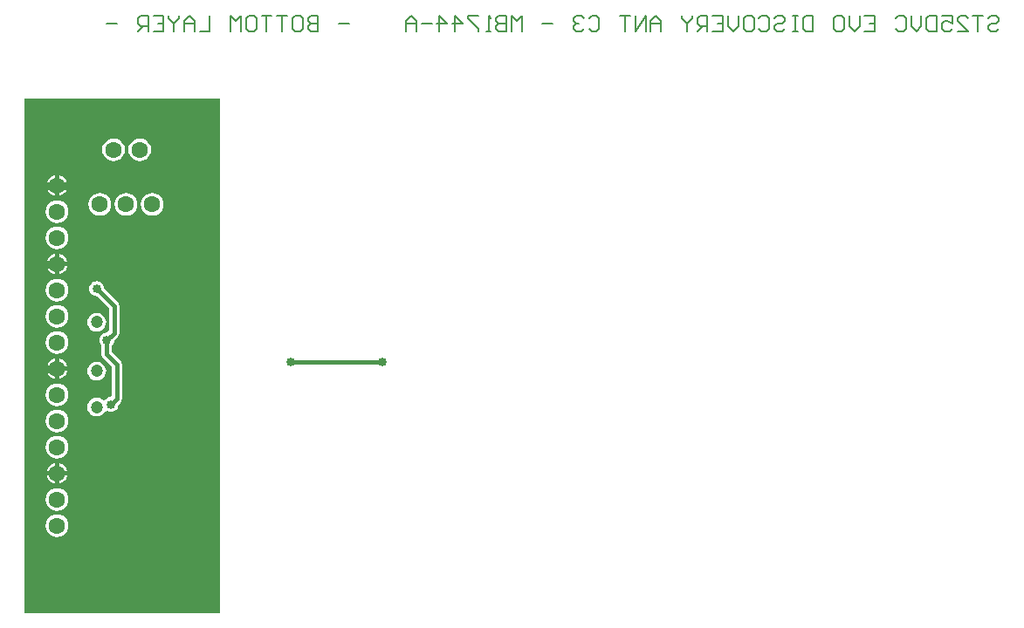
<source format=gbl>
G04*
G04 #@! TF.GenerationSoftware,Altium Limited,Altium Designer,21.2.1 (34)*
G04*
G04 Layer_Physical_Order=2*
G04 Layer_Color=16711680*
%FSLAX44Y44*%
%MOMM*%
G71*
G04*
G04 #@! TF.SameCoordinates,A7F67548-69C5-444C-A4C2-39F0ADA73F1F*
G04*
G04*
G04 #@! TF.FilePolarity,Positive*
G04*
G01*
G75*
%ADD11C,0.2000*%
%ADD32C,0.4000*%
%ADD33C,0.3000*%
%ADD34C,0.8000*%
%ADD37C,1.6000*%
%ADD38C,1.2000*%
%ADD39C,0.8500*%
G36*
X195000Y504902D02*
X195000Y5098D01*
X5098Y5098D01*
X5098Y504902D01*
X195000Y504902D01*
D02*
G37*
%LPC*%
G36*
X117000Y465795D02*
X114129Y465417D01*
X111453Y464308D01*
X109155Y462545D01*
X107392Y460247D01*
X106284Y457571D01*
X105906Y454700D01*
X106284Y451828D01*
X107392Y449152D01*
X109155Y446855D01*
X111453Y445091D01*
X114129Y443983D01*
X117000Y443605D01*
X119872Y443983D01*
X122548Y445091D01*
X124846Y446855D01*
X126609Y449152D01*
X127717Y451828D01*
X128095Y454700D01*
X127717Y457571D01*
X126609Y460247D01*
X124846Y462545D01*
X122548Y464308D01*
X119872Y465417D01*
X117000Y465795D01*
D02*
G37*
G36*
X91600D02*
X88729Y465417D01*
X86053Y464308D01*
X83755Y462545D01*
X81992Y460247D01*
X80884Y457571D01*
X80506Y454700D01*
X80884Y451828D01*
X81992Y449152D01*
X83755Y446855D01*
X86053Y445091D01*
X88729Y443983D01*
X91600Y443605D01*
X94472Y443983D01*
X97148Y445091D01*
X99446Y446855D01*
X101209Y449152D01*
X102317Y451828D01*
X102695Y454700D01*
X102317Y457571D01*
X101209Y460247D01*
X99446Y462545D01*
X97148Y464308D01*
X94472Y465417D01*
X91600Y465795D01*
D02*
G37*
G36*
X38800Y429923D02*
Y422100D01*
X46623D01*
X46543Y422710D01*
X45535Y425143D01*
X43932Y427232D01*
X41844Y428835D01*
X39411Y429843D01*
X38800Y429923D01*
D02*
G37*
G36*
X34801Y429923D02*
X34190Y429843D01*
X31757Y428835D01*
X29668Y427232D01*
X28066Y425143D01*
X27058Y422710D01*
X26977Y422100D01*
X34801D01*
Y429923D01*
D02*
G37*
G36*
X46623Y418100D02*
X38800D01*
Y410277D01*
X39411Y410357D01*
X41844Y411365D01*
X43932Y412968D01*
X45535Y415057D01*
X46543Y417490D01*
X46623Y418100D01*
D02*
G37*
G36*
X34801D02*
X26978D01*
X27058Y417490D01*
X28066Y415057D01*
X29668Y412968D01*
X31757Y411365D01*
X34190Y410357D01*
X34801Y410277D01*
Y418100D01*
D02*
G37*
G36*
X129001Y412994D02*
X126129Y412617D01*
X123453Y411508D01*
X121155Y409745D01*
X119392Y407447D01*
X118284Y404771D01*
X117906Y401900D01*
X118284Y399028D01*
X119392Y396352D01*
X121155Y394054D01*
X123453Y392291D01*
X126129Y391183D01*
X129001Y390805D01*
X131872Y391183D01*
X134548Y392291D01*
X136846Y394054D01*
X138609Y396352D01*
X139718Y399028D01*
X140096Y401900D01*
X139718Y404771D01*
X138609Y407447D01*
X136846Y409745D01*
X134548Y411508D01*
X131872Y412617D01*
X129001Y412994D01*
D02*
G37*
G36*
X103601D02*
X100729Y412617D01*
X98053Y411508D01*
X95755Y409745D01*
X93992Y407447D01*
X92884Y404771D01*
X92506Y401900D01*
X92884Y399028D01*
X93992Y396352D01*
X95755Y394054D01*
X98053Y392291D01*
X100729Y391183D01*
X103601Y390805D01*
X106472Y391183D01*
X109148Y392291D01*
X111446Y394054D01*
X113209Y396352D01*
X114318Y399028D01*
X114696Y401900D01*
X114318Y404771D01*
X113209Y407447D01*
X111446Y409745D01*
X109148Y411508D01*
X106472Y412617D01*
X103601Y412994D01*
D02*
G37*
G36*
X78201D02*
X75329Y412617D01*
X72653Y411508D01*
X70355Y409745D01*
X68592Y407447D01*
X67484Y404771D01*
X67106Y401900D01*
X67484Y399028D01*
X68592Y396352D01*
X70355Y394054D01*
X72653Y392291D01*
X75329Y391183D01*
X78201Y390805D01*
X81072Y391183D01*
X83748Y392291D01*
X86046Y394054D01*
X87809Y396352D01*
X88918Y399028D01*
X89296Y401900D01*
X88918Y404771D01*
X87809Y407447D01*
X86046Y409745D01*
X83748Y411508D01*
X81072Y412617D01*
X78201Y412994D01*
D02*
G37*
G36*
X36800Y405795D02*
X33929Y405417D01*
X31253Y404309D01*
X28955Y402545D01*
X27192Y400247D01*
X26084Y397572D01*
X25705Y394700D01*
X26084Y391828D01*
X27192Y389153D01*
X28955Y386855D01*
X31253Y385092D01*
X33929Y383983D01*
X36800Y383605D01*
X39672Y383983D01*
X42348Y385092D01*
X44646Y386855D01*
X46409Y389153D01*
X47517Y391828D01*
X47895Y394700D01*
X47517Y397572D01*
X46409Y400247D01*
X44646Y402545D01*
X42348Y404309D01*
X39672Y405417D01*
X36800Y405795D01*
D02*
G37*
G36*
Y380395D02*
X33929Y380017D01*
X31253Y378909D01*
X28955Y377145D01*
X27192Y374847D01*
X26084Y372172D01*
X25705Y369300D01*
X26084Y366428D01*
X27192Y363753D01*
X28955Y361455D01*
X31253Y359692D01*
X33929Y358583D01*
X36800Y358205D01*
X39672Y358583D01*
X42348Y359692D01*
X44646Y361455D01*
X46409Y363753D01*
X47517Y366428D01*
X47895Y369300D01*
X47517Y372172D01*
X46409Y374847D01*
X44646Y377145D01*
X42348Y378909D01*
X39672Y380017D01*
X36800Y380395D01*
D02*
G37*
G36*
X38800Y353723D02*
Y345900D01*
X46623D01*
X46543Y346511D01*
X45535Y348943D01*
X43932Y351032D01*
X41844Y352635D01*
X39411Y353643D01*
X38800Y353723D01*
D02*
G37*
G36*
X34801Y353723D02*
X34190Y353643D01*
X31757Y352635D01*
X29668Y351032D01*
X28066Y348943D01*
X27058Y346511D01*
X26977Y345900D01*
X34801D01*
Y353723D01*
D02*
G37*
G36*
X46623Y341900D02*
X38800D01*
Y334077D01*
X39411Y334157D01*
X41844Y335165D01*
X43932Y336768D01*
X45535Y338857D01*
X46543Y341289D01*
X46623Y341900D01*
D02*
G37*
G36*
X34801D02*
X26978D01*
X27058Y341289D01*
X28066Y338857D01*
X29668Y336768D01*
X31757Y335165D01*
X34190Y334157D01*
X34801Y334077D01*
Y341900D01*
D02*
G37*
G36*
X36800Y329595D02*
X33929Y329217D01*
X31253Y328108D01*
X28955Y326345D01*
X27192Y324048D01*
X26084Y321372D01*
X25705Y318500D01*
X26084Y315629D01*
X27192Y312953D01*
X28955Y310655D01*
X31253Y308892D01*
X33929Y307783D01*
X36800Y307405D01*
X39672Y307783D01*
X42348Y308892D01*
X44646Y310655D01*
X46409Y312953D01*
X47517Y315629D01*
X47895Y318500D01*
X47517Y321372D01*
X46409Y324048D01*
X44646Y326345D01*
X42348Y328108D01*
X39672Y329217D01*
X36800Y329595D01*
D02*
G37*
G36*
Y304195D02*
X33929Y303817D01*
X31253Y302708D01*
X28955Y300945D01*
X27192Y298647D01*
X26084Y295972D01*
X25705Y293100D01*
X26084Y290229D01*
X27192Y287553D01*
X28955Y285255D01*
X31253Y283492D01*
X33929Y282383D01*
X36800Y282005D01*
X39672Y282383D01*
X42348Y283492D01*
X44646Y285255D01*
X46409Y287553D01*
X47517Y290229D01*
X47895Y293100D01*
X47517Y295972D01*
X46409Y298647D01*
X44646Y300945D01*
X42348Y302708D01*
X39672Y303817D01*
X36800Y304195D01*
D02*
G37*
G36*
X75250Y296578D02*
X72901Y296268D01*
X70711Y295361D01*
X68831Y293919D01*
X67389Y292039D01*
X66482Y289849D01*
X66173Y287500D01*
X66482Y285151D01*
X67389Y282961D01*
X68831Y281081D01*
X70711Y279639D01*
X72901Y278732D01*
X75250Y278422D01*
X77600Y278732D01*
X79789Y279639D01*
X81669Y281081D01*
X83112Y282961D01*
X84019Y285151D01*
X84328Y287500D01*
X84019Y289849D01*
X83112Y292039D01*
X81669Y293919D01*
X79789Y295361D01*
X77600Y296268D01*
X75250Y296578D01*
D02*
G37*
G36*
Y327313D02*
X73358Y327063D01*
X71594Y326333D01*
X70079Y325171D01*
X68917Y323656D01*
X68187Y321893D01*
X67938Y320000D01*
X68187Y318107D01*
X68917Y316344D01*
X70079Y314829D01*
X71594Y313667D01*
X73358Y312937D01*
X75250Y312687D01*
X75341Y312699D01*
X86902Y301139D01*
Y279112D01*
X85091Y277301D01*
X85000Y277313D01*
X83107Y277063D01*
X81344Y276333D01*
X79829Y275171D01*
X78667Y273656D01*
X77937Y271893D01*
X77687Y270000D01*
X77937Y268107D01*
X78667Y266344D01*
X79829Y264829D01*
X79902Y264773D01*
Y256000D01*
X80290Y254049D01*
X81395Y252395D01*
X89402Y244388D01*
Y216755D01*
X89000Y214813D01*
X87107Y214563D01*
X85344Y213833D01*
X83829Y212671D01*
X83529Y212280D01*
X81900Y211526D01*
X80904Y212006D01*
X79789Y212861D01*
X77600Y213768D01*
X75250Y214078D01*
X72901Y213768D01*
X70711Y212861D01*
X68831Y211419D01*
X67389Y209539D01*
X66482Y207349D01*
X66173Y205000D01*
X66482Y202651D01*
X67389Y200461D01*
X68831Y198581D01*
X70711Y197139D01*
X72901Y196232D01*
X75250Y195922D01*
X77600Y196232D01*
X79789Y197139D01*
X81669Y198581D01*
X83062Y200397D01*
X83479Y200842D01*
X84801Y201196D01*
X85536Y201087D01*
X87107Y200437D01*
X89000Y200187D01*
X90893Y200437D01*
X92656Y201167D01*
X94171Y202329D01*
X95333Y203844D01*
X96063Y205607D01*
X96313Y207500D01*
X96301Y207591D01*
X98105Y209395D01*
X99210Y211049D01*
X99598Y213000D01*
Y246500D01*
X99210Y248451D01*
X98105Y250105D01*
X90098Y258112D01*
Y264773D01*
X90171Y264829D01*
X91333Y266344D01*
X92063Y268107D01*
X92313Y270000D01*
X92301Y270091D01*
X95605Y273395D01*
X96710Y275049D01*
X97098Y277000D01*
Y303250D01*
X96710Y305201D01*
X95605Y306855D01*
X82551Y319909D01*
X82563Y320000D01*
X82314Y321893D01*
X81583Y323656D01*
X80421Y325171D01*
X78907Y326333D01*
X77143Y327063D01*
X75250Y327313D01*
D02*
G37*
G36*
X36800Y278795D02*
X33929Y278417D01*
X31253Y277309D01*
X28955Y275545D01*
X27192Y273248D01*
X26084Y270572D01*
X25705Y267700D01*
X26084Y264828D01*
X27192Y262153D01*
X28955Y259855D01*
X31253Y258092D01*
X33929Y256983D01*
X36800Y256605D01*
X39672Y256983D01*
X42348Y258092D01*
X44646Y259855D01*
X46409Y262153D01*
X47517Y264828D01*
X47895Y267700D01*
X47517Y270572D01*
X46409Y273248D01*
X44646Y275545D01*
X42348Y277309D01*
X39672Y278417D01*
X36800Y278795D01*
D02*
G37*
G36*
X38800Y252123D02*
Y244300D01*
X46623D01*
X46543Y244911D01*
X45535Y247343D01*
X43932Y249432D01*
X41844Y251035D01*
X39411Y252043D01*
X38800Y252123D01*
D02*
G37*
G36*
X34801Y252123D02*
X34190Y252043D01*
X31757Y251035D01*
X29668Y249432D01*
X28066Y247343D01*
X27058Y244911D01*
X26977Y244300D01*
X34801D01*
Y252123D01*
D02*
G37*
G36*
X46623Y240300D02*
X38800D01*
Y232477D01*
X39411Y232557D01*
X41844Y233565D01*
X43932Y235168D01*
X45535Y237257D01*
X46543Y239690D01*
X46623Y240300D01*
D02*
G37*
G36*
X34801D02*
X26978D01*
X27058Y239690D01*
X28066Y237257D01*
X29668Y235168D01*
X31757Y233565D01*
X34190Y232557D01*
X34801Y232477D01*
Y240300D01*
D02*
G37*
G36*
X75250Y249078D02*
X72901Y248768D01*
X70711Y247861D01*
X68831Y246419D01*
X67389Y244539D01*
X66482Y242349D01*
X66173Y240000D01*
X66482Y237651D01*
X67389Y235461D01*
X68831Y233581D01*
X70711Y232139D01*
X72901Y231232D01*
X75250Y230922D01*
X77600Y231232D01*
X79789Y232139D01*
X81669Y233581D01*
X83112Y235461D01*
X84019Y237651D01*
X84328Y240000D01*
X84019Y242349D01*
X83112Y244539D01*
X81669Y246419D01*
X79789Y247861D01*
X77600Y248768D01*
X75250Y249078D01*
D02*
G37*
G36*
X36800Y227995D02*
X33929Y227617D01*
X31253Y226509D01*
X28955Y224745D01*
X27192Y222447D01*
X26084Y219772D01*
X25705Y216900D01*
X26084Y214028D01*
X27192Y211353D01*
X28955Y209055D01*
X31253Y207292D01*
X33929Y206183D01*
X36800Y205805D01*
X39672Y206183D01*
X42348Y207292D01*
X44646Y209055D01*
X46409Y211353D01*
X47517Y214028D01*
X47895Y216900D01*
X47517Y219772D01*
X46409Y222447D01*
X44646Y224745D01*
X42348Y226509D01*
X39672Y227617D01*
X36800Y227995D01*
D02*
G37*
G36*
Y202595D02*
X33929Y202217D01*
X31253Y201108D01*
X28955Y199345D01*
X27192Y197048D01*
X26084Y194372D01*
X25705Y191500D01*
X26084Y188629D01*
X27192Y185953D01*
X28955Y183655D01*
X31253Y181892D01*
X33929Y180783D01*
X36800Y180405D01*
X39672Y180783D01*
X42348Y181892D01*
X44646Y183655D01*
X46409Y185953D01*
X47517Y188629D01*
X47895Y191500D01*
X47517Y194372D01*
X46409Y197048D01*
X44646Y199345D01*
X42348Y201108D01*
X39672Y202217D01*
X36800Y202595D01*
D02*
G37*
G36*
Y177195D02*
X33929Y176817D01*
X31253Y175709D01*
X28955Y173945D01*
X27192Y171647D01*
X26084Y168972D01*
X25705Y166100D01*
X26084Y163228D01*
X27192Y160553D01*
X28955Y158255D01*
X31253Y156492D01*
X33929Y155383D01*
X36800Y155005D01*
X39672Y155383D01*
X42348Y156492D01*
X44646Y158255D01*
X46409Y160553D01*
X47517Y163228D01*
X47895Y166100D01*
X47517Y168972D01*
X46409Y171647D01*
X44646Y173945D01*
X42348Y175709D01*
X39672Y176817D01*
X36800Y177195D01*
D02*
G37*
G36*
X38800Y150523D02*
Y142700D01*
X46623D01*
X46543Y143310D01*
X45535Y145743D01*
X43932Y147832D01*
X41844Y149435D01*
X39411Y150443D01*
X38800Y150523D01*
D02*
G37*
G36*
X34801Y150523D02*
X34190Y150443D01*
X31757Y149435D01*
X29668Y147832D01*
X28066Y145743D01*
X27058Y143310D01*
X26977Y142700D01*
X34801D01*
Y150523D01*
D02*
G37*
G36*
X46623Y138700D02*
X38800D01*
Y130877D01*
X39411Y130957D01*
X41844Y131965D01*
X43932Y133568D01*
X45535Y135657D01*
X46543Y138090D01*
X46623Y138700D01*
D02*
G37*
G36*
X34801D02*
X26978D01*
X27058Y138090D01*
X28066Y135657D01*
X29668Y133568D01*
X31757Y131965D01*
X34190Y130957D01*
X34801Y130877D01*
Y138700D01*
D02*
G37*
G36*
X36800Y126395D02*
X33929Y126017D01*
X31253Y124909D01*
X28955Y123145D01*
X27192Y120848D01*
X26084Y118172D01*
X25705Y115300D01*
X26084Y112429D01*
X27192Y109753D01*
X28955Y107455D01*
X31253Y105692D01*
X33929Y104583D01*
X36800Y104205D01*
X39672Y104583D01*
X42348Y105692D01*
X44646Y107455D01*
X46409Y109753D01*
X47517Y112429D01*
X47895Y115300D01*
X47517Y118172D01*
X46409Y120848D01*
X44646Y123145D01*
X42348Y124909D01*
X39672Y126017D01*
X36800Y126395D01*
D02*
G37*
G36*
Y100995D02*
X33929Y100617D01*
X31253Y99508D01*
X28955Y97745D01*
X27192Y95448D01*
X26084Y92772D01*
X25705Y89900D01*
X26084Y87029D01*
X27192Y84353D01*
X28955Y82055D01*
X31253Y80292D01*
X33929Y79183D01*
X36800Y78805D01*
X39672Y79183D01*
X42348Y80292D01*
X44646Y82055D01*
X46409Y84353D01*
X47517Y87029D01*
X47895Y89900D01*
X47517Y92772D01*
X46409Y95448D01*
X44646Y97745D01*
X42348Y99508D01*
X39672Y100617D01*
X36800Y100995D01*
D02*
G37*
%LPD*%
D11*
X940003Y582496D02*
X942502Y584995D01*
X947501D01*
X950000Y582496D01*
Y579997D01*
X947501Y577498D01*
X942502D01*
X940003Y574998D01*
Y572499D01*
X942502Y570000D01*
X947501D01*
X950000Y572499D01*
X935005Y584995D02*
X925008D01*
X930006D01*
Y570000D01*
X910013D02*
X920010D01*
X910013Y579997D01*
Y582496D01*
X912512Y584995D01*
X917511D01*
X920010Y582496D01*
X895018Y584995D02*
X905015D01*
Y577498D01*
X900016Y579997D01*
X897517D01*
X895018Y577498D01*
Y572499D01*
X897517Y570000D01*
X902515D01*
X905015Y572499D01*
X890019Y584995D02*
Y570000D01*
X882522D01*
X880023Y572499D01*
Y582496D01*
X882522Y584995D01*
X890019D01*
X875024D02*
Y574998D01*
X870026Y570000D01*
X865027Y574998D01*
Y584995D01*
X850032Y582496D02*
X852532Y584995D01*
X857530D01*
X860029Y582496D01*
Y572499D01*
X857530Y570000D01*
X852532D01*
X850032Y572499D01*
X820042Y584995D02*
X830039D01*
Y570000D01*
X820042D01*
X830039Y577498D02*
X825041D01*
X815044Y584995D02*
Y574998D01*
X810045Y570000D01*
X805047Y574998D01*
Y584995D01*
X792551D02*
X797549D01*
X800049Y582496D01*
Y572499D01*
X797549Y570000D01*
X792551D01*
X790052Y572499D01*
Y582496D01*
X792551Y584995D01*
X770058D02*
Y570000D01*
X762561D01*
X760061Y572499D01*
Y582496D01*
X762561Y584995D01*
X770058D01*
X755063D02*
X750065D01*
X752564D01*
Y570000D01*
X755063D01*
X750065D01*
X732570Y582496D02*
X735070Y584995D01*
X740068D01*
X742567Y582496D01*
Y579997D01*
X740068Y577498D01*
X735070D01*
X732570Y574998D01*
Y572499D01*
X735070Y570000D01*
X740068D01*
X742567Y572499D01*
X717575Y582496D02*
X720074Y584995D01*
X725073D01*
X727572Y582496D01*
Y572499D01*
X725073Y570000D01*
X720074D01*
X717575Y572499D01*
X705079Y584995D02*
X710078D01*
X712577Y582496D01*
Y572499D01*
X710078Y570000D01*
X705079D01*
X702580Y572499D01*
Y582496D01*
X705079Y584995D01*
X697582D02*
Y574998D01*
X692583Y570000D01*
X687585Y574998D01*
Y584995D01*
X672590D02*
X682587D01*
Y570000D01*
X672590D01*
X682587Y577498D02*
X677588D01*
X667591Y570000D02*
Y584995D01*
X660094D01*
X657595Y582496D01*
Y577498D01*
X660094Y574998D01*
X667591D01*
X662593D02*
X657595Y570000D01*
X652596Y584995D02*
Y582496D01*
X647598Y577498D01*
X642600Y582496D01*
Y584995D01*
X647598Y577498D02*
Y570000D01*
X622606D02*
Y579997D01*
X617608Y584995D01*
X612609Y579997D01*
Y570000D01*
Y577498D01*
X622606D01*
X607611Y570000D02*
Y584995D01*
X597614Y570000D01*
Y584995D01*
X592616D02*
X582619D01*
X587617D01*
Y570000D01*
X552629Y582496D02*
X555128Y584995D01*
X560126D01*
X562625Y582496D01*
Y572499D01*
X560126Y570000D01*
X555128D01*
X552629Y572499D01*
X547630Y582496D02*
X545131Y584995D01*
X540133D01*
X537634Y582496D01*
Y579997D01*
X540133Y577498D01*
X542632D01*
X540133D01*
X537634Y574998D01*
Y572499D01*
X540133Y570000D01*
X545131D01*
X547630Y572499D01*
X517640Y577498D02*
X507643D01*
X487650Y570000D02*
Y584995D01*
X482651Y579997D01*
X477653Y584995D01*
Y570000D01*
X472655Y584995D02*
Y570000D01*
X465157D01*
X462658Y572499D01*
Y574998D01*
X465157Y577498D01*
X472655D01*
X465157D01*
X462658Y579997D01*
Y582496D01*
X465157Y584995D01*
X472655D01*
X457659Y570000D02*
X452661D01*
X455160D01*
Y584995D01*
X457659Y582496D01*
X445163Y584995D02*
X435167D01*
Y582496D01*
X445163Y572499D01*
Y570000D01*
X422671D02*
Y584995D01*
X430168Y577498D01*
X420172D01*
X407676Y570000D02*
Y584995D01*
X415173Y577498D01*
X405176D01*
X400178D02*
X390181D01*
X385183Y570000D02*
Y579997D01*
X380185Y584995D01*
X375186Y579997D01*
Y570000D01*
Y577498D01*
X385183D01*
X320000D02*
X310003D01*
X290010Y584995D02*
Y570000D01*
X282512D01*
X280013Y572499D01*
Y574998D01*
X282512Y577498D01*
X290010D01*
X282512D01*
X280013Y579997D01*
Y582496D01*
X282512Y584995D01*
X290010D01*
X267517D02*
X272515D01*
X275015Y582496D01*
Y572499D01*
X272515Y570000D01*
X267517D01*
X265018Y572499D01*
Y582496D01*
X267517Y584995D01*
X260019D02*
X250023D01*
X255021D01*
Y570000D01*
X245024Y584995D02*
X235028D01*
X240026D01*
Y570000D01*
X222532Y584995D02*
X227530D01*
X230029Y582496D01*
Y572499D01*
X227530Y570000D01*
X222532D01*
X220032Y572499D01*
Y582496D01*
X222532Y584995D01*
X215034Y570000D02*
Y584995D01*
X210036Y579997D01*
X205037Y584995D01*
Y570000D01*
X185044Y584995D02*
Y570000D01*
X175047D01*
X170049D02*
Y579997D01*
X165050Y584995D01*
X160052Y579997D01*
Y570000D01*
Y577498D01*
X170049D01*
X155053Y584995D02*
Y582496D01*
X150055Y577498D01*
X145057Y582496D01*
Y584995D01*
X150055Y577498D02*
Y570000D01*
X130062Y584995D02*
X140058D01*
Y570000D01*
X130062D01*
X140058Y577498D02*
X135060D01*
X125063Y570000D02*
Y584995D01*
X117566D01*
X115066Y582496D01*
Y577498D01*
X117566Y574998D01*
X125063D01*
X120065D02*
X115066Y570000D01*
X95073Y577498D02*
X85076D01*
D32*
X89000Y207500D02*
X94500Y213000D01*
X85000Y256000D02*
X94500Y246500D01*
Y213000D02*
Y246500D01*
X75250Y320000D02*
X92000Y303250D01*
X85000Y270000D02*
X92000Y277000D01*
Y303250D01*
X85000Y256000D02*
Y270000D01*
X263000Y248995D02*
X352410D01*
D33*
X106600Y218500D02*
X107000Y218100D01*
X145800Y344700D02*
X164700D01*
X11000Y141500D02*
X11800Y140700D01*
X36800D01*
X73000Y369500D02*
Y369500D01*
X78500Y375000D01*
X166200Y374700D02*
X166500Y375000D01*
X145800Y374700D02*
X166200D01*
X164700Y344700D02*
X166500Y346500D01*
D34*
X70500Y68000D02*
Y75101D01*
X64601Y81000D02*
X70500Y75101D01*
X117500Y224000D02*
X134550Y206950D01*
X174207D01*
X188000Y220742D01*
X117500Y224000D02*
Y324250D01*
X10950Y109500D02*
X11000D01*
X154250Y399750D02*
X155000Y400500D01*
X123900Y430100D02*
X154250Y399750D01*
X166500Y387500D01*
X11000Y69000D02*
Y109500D01*
Y141500D01*
X62000Y430100D02*
X123900D01*
X62500Y380000D02*
X73000Y369500D01*
X73000D02*
X82801Y359700D01*
X114350Y327400D02*
X117500Y324250D01*
X102500Y339250D02*
X114350Y327400D01*
X102500Y339250D02*
Y341300D01*
X84101Y359700D02*
X102500Y341300D01*
X73000Y369500D02*
X73000D01*
X62000Y420100D02*
Y430100D01*
Y408000D02*
Y420100D01*
X11000Y141500D02*
Y240500D01*
X62500Y380000D02*
Y407500D01*
X36800Y420100D02*
X62000D01*
Y408000D02*
X62500Y407500D01*
X166500Y375000D02*
Y387500D01*
Y346500D02*
Y375000D01*
X26200Y242300D02*
X36800D01*
X13500Y255000D02*
Y339000D01*
X18400Y343900D02*
X36800D01*
X13500Y339000D02*
X18400Y343900D01*
X13500Y339000D02*
Y415000D01*
X18600Y420100D01*
X36800D01*
X11000Y240500D02*
X19500Y249000D01*
X13500Y255000D02*
X19500Y249000D01*
X26200Y242300D01*
X11000Y69000D02*
X52601D01*
X64601Y81000D01*
X82801Y359700D02*
X84101D01*
D37*
X36800Y89900D02*
D03*
Y115300D02*
D03*
Y140700D02*
D03*
Y166100D02*
D03*
Y191500D02*
D03*
Y216900D02*
D03*
Y242300D02*
D03*
Y267700D02*
D03*
Y293100D02*
D03*
Y318500D02*
D03*
Y343900D02*
D03*
Y369300D02*
D03*
Y394700D02*
D03*
Y420100D02*
D03*
X117000Y454700D02*
D03*
X91600D02*
D03*
X129001Y401900D02*
D03*
X103601D02*
D03*
X78201D02*
D03*
D38*
X75250Y205000D02*
D03*
Y240000D02*
D03*
Y287500D02*
D03*
D39*
X86000Y333000D02*
D03*
X151000Y38000D02*
D03*
X114000Y9500D02*
D03*
X190000Y26000D02*
D03*
Y96000D02*
D03*
X70500Y68000D02*
D03*
X154000Y219500D02*
D03*
X137000Y251500D02*
D03*
X102500Y289000D02*
D03*
X149000Y302500D02*
D03*
X64000Y325500D02*
D03*
X64500Y297500D02*
D03*
Y261500D02*
D03*
X71500Y224000D02*
D03*
X263000Y248995D02*
D03*
X75250Y320000D02*
D03*
X85000Y270000D02*
D03*
X171000Y274000D02*
D03*
X145800Y344700D02*
D03*
X352410Y248995D02*
D03*
X102500Y468500D02*
D03*
X95500Y98500D02*
D03*
X123500Y67000D02*
D03*
X114000Y361000D02*
D03*
X104000Y425500D02*
D03*
X48000Y381500D02*
D03*
X118000Y125500D02*
D03*
X61500Y177000D02*
D03*
X145500Y96500D02*
D03*
X125500Y188500D02*
D03*
X143500Y160000D02*
D03*
X155000Y400500D02*
D03*
X143000Y499000D02*
D03*
X78500Y375000D02*
D03*
X145800Y374700D02*
D03*
X158500Y9500D02*
D03*
X54000Y12000D02*
D03*
X11500Y54000D02*
D03*
X48000Y498500D02*
D03*
X12500Y447500D02*
D03*
X91500Y498500D02*
D03*
X58500Y447500D02*
D03*
X137000Y437000D02*
D03*
X179000Y447500D02*
D03*
X183000Y378500D02*
D03*
X171000Y66000D02*
D03*
X168000Y124000D02*
D03*
X70000Y126500D02*
D03*
X96500Y35500D02*
D03*
X102000Y160000D02*
D03*
X175500Y330300D02*
D03*
X188000Y220742D02*
D03*
X187700Y291658D02*
D03*
X168000Y186000D02*
D03*
X190000Y158000D02*
D03*
X107000Y218100D02*
D03*
X89000Y207500D02*
D03*
X74500Y351500D02*
D03*
X114350Y327400D02*
D03*
X53250Y220700D02*
D03*
X57500Y199500D02*
D03*
X10950Y109500D02*
D03*
M02*

</source>
